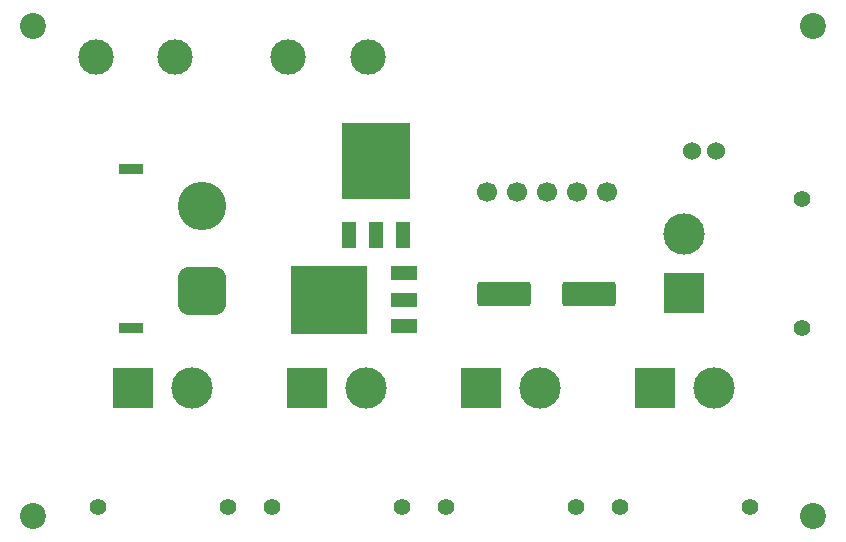
<source format=gts>
%TF.GenerationSoftware,KiCad,Pcbnew,(6.0.11)*%
%TF.CreationDate,2023-05-24T21:09:08+09:00*%
%TF.ProjectId,power,706f7765-722e-46b6-9963-61645f706362,rev?*%
%TF.SameCoordinates,Original*%
%TF.FileFunction,Soldermask,Top*%
%TF.FilePolarity,Negative*%
%FSLAX46Y46*%
G04 Gerber Fmt 4.6, Leading zero omitted, Abs format (unit mm)*
G04 Created by KiCad (PCBNEW (6.0.11)) date 2023-05-24 21:09:08*
%MOMM*%
%LPD*%
G01*
G04 APERTURE LIST*
G04 Aperture macros list*
%AMRoundRect*
0 Rectangle with rounded corners*
0 $1 Rounding radius*
0 $2 $3 $4 $5 $6 $7 $8 $9 X,Y pos of 4 corners*
0 Add a 4 corners polygon primitive as box body*
4,1,4,$2,$3,$4,$5,$6,$7,$8,$9,$2,$3,0*
0 Add four circle primitives for the rounded corners*
1,1,$1+$1,$2,$3*
1,1,$1+$1,$4,$5*
1,1,$1+$1,$6,$7*
1,1,$1+$1,$8,$9*
0 Add four rect primitives between the rounded corners*
20,1,$1+$1,$2,$3,$4,$5,0*
20,1,$1+$1,$4,$5,$6,$7,0*
20,1,$1+$1,$6,$7,$8,$9,0*
20,1,$1+$1,$8,$9,$2,$3,0*%
G04 Aperture macros list end*
%ADD10C,2.200000*%
%ADD11C,1.400000*%
%ADD12R,3.500000X3.500000*%
%ADD13C,3.500000*%
%ADD14C,1.524000*%
%ADD15RoundRect,0.250001X-1.999999X-0.799999X1.999999X-0.799999X1.999999X0.799999X-1.999999X0.799999X0*%
%ADD16R,1.200000X2.200000*%
%ADD17R,5.800000X6.400000*%
%ADD18C,1.700000*%
%ADD19C,3.000000*%
%ADD20R,2.200000X1.200000*%
%ADD21R,6.400000X5.800000*%
%ADD22R,2.000000X0.900000*%
%ADD23RoundRect,1.025000X1.025000X-1.025000X1.025000X1.025000X-1.025000X1.025000X-1.025000X-1.025000X0*%
%ADD24C,4.100000*%
G04 APERTURE END LIST*
D10*
%TO.C,REF\u002A\u002A*%
X165920000Y-108006000D03*
%TD*%
D11*
%TO.C,J6*%
X145854000Y-107201000D03*
X134854000Y-107201000D03*
D12*
X137854000Y-97201000D03*
D13*
X142854000Y-97201000D03*
%TD*%
D10*
%TO.C,REF\u002A\u002A*%
X99920000Y-108006000D03*
%TD*%
D14*
%TO.C,MES1*%
X157736000Y-77126000D03*
X155736000Y-77111000D03*
%TD*%
D15*
%TO.C,C1*%
X139802000Y-89160000D03*
X147002000Y-89160000D03*
%TD*%
D11*
%TO.C,J4*%
X160586000Y-107201000D03*
X149586000Y-107201000D03*
D12*
X152586000Y-97201000D03*
D13*
X157586000Y-97201000D03*
%TD*%
D11*
%TO.C,J2*%
X120122000Y-107201000D03*
X131122000Y-107201000D03*
D12*
X123122000Y-97201000D03*
D13*
X128122000Y-97201000D03*
%TD*%
D16*
%TO.C,Q1*%
X126644000Y-84216000D03*
X128924000Y-84216000D03*
D17*
X128924000Y-77916000D03*
D16*
X131204000Y-84216000D03*
%TD*%
D11*
%TO.C,J5*%
X105390000Y-107201000D03*
X116390000Y-107201000D03*
D12*
X108390000Y-97201000D03*
D13*
X113390000Y-97201000D03*
%TD*%
D11*
%TO.C,J3*%
X164999000Y-92120000D03*
X164999000Y-81120000D03*
D12*
X154999000Y-89120000D03*
D13*
X154999000Y-84120000D03*
%TD*%
D18*
%TO.C,SW1*%
X145942000Y-80524000D03*
X143402000Y-80524000D03*
X140862000Y-80524000D03*
X148482000Y-80524000D03*
X138322000Y-80524000D03*
%TD*%
D10*
%TO.C,REF\u002A\u002A*%
X165920000Y-66506000D03*
%TD*%
D19*
%TO.C,F1*%
X105232000Y-69094000D03*
X111932000Y-69094000D03*
X121532000Y-69094000D03*
X128232000Y-69094000D03*
%TD*%
D20*
%TO.C,Q2*%
X131311000Y-91949000D03*
D21*
X125011000Y-89669000D03*
D20*
X131311000Y-89669000D03*
X131311000Y-87389000D03*
%TD*%
D22*
%TO.C,J1*%
X108230000Y-92100000D03*
X108230000Y-78600000D03*
D23*
X114230000Y-88950000D03*
D24*
X114230000Y-81750000D03*
%TD*%
D10*
%TO.C,REF\u002A\u002A*%
X99920000Y-66506000D03*
%TD*%
M02*

</source>
